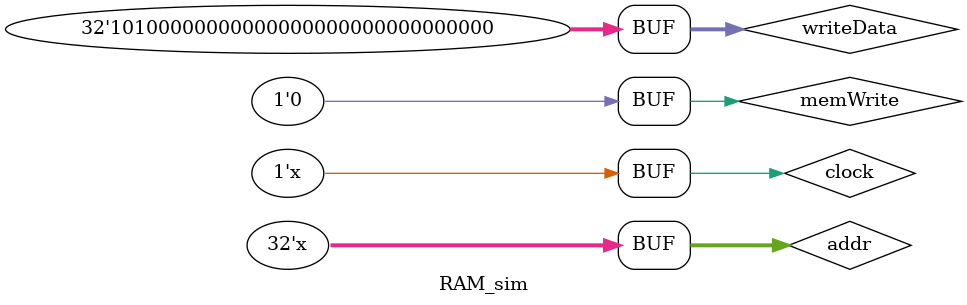
<source format=v>
`timescale 1ns / 1ps


module RAM_sim();
reg clock = 1'b0;
reg memWrite = 1'b0;
reg [31:0] addr = 32'h0000_0000;
reg [31:0] writeData = 32'ha000_0000;
wire [31:0] readData;

RAM_control test_RAM(readData, clock, addr, writeData, memWrite);

always begin
    #10 clock = ~clock;
end 
always begin
    #20 addr <= addr + 32'h0000_0004;
end  

/*initial begin
    #200
    writeData = 32'ha000_00f5;
    memWrite = 1'b1;
    #200
    memWrite = 1'b0;
end*/
endmodule

</source>
